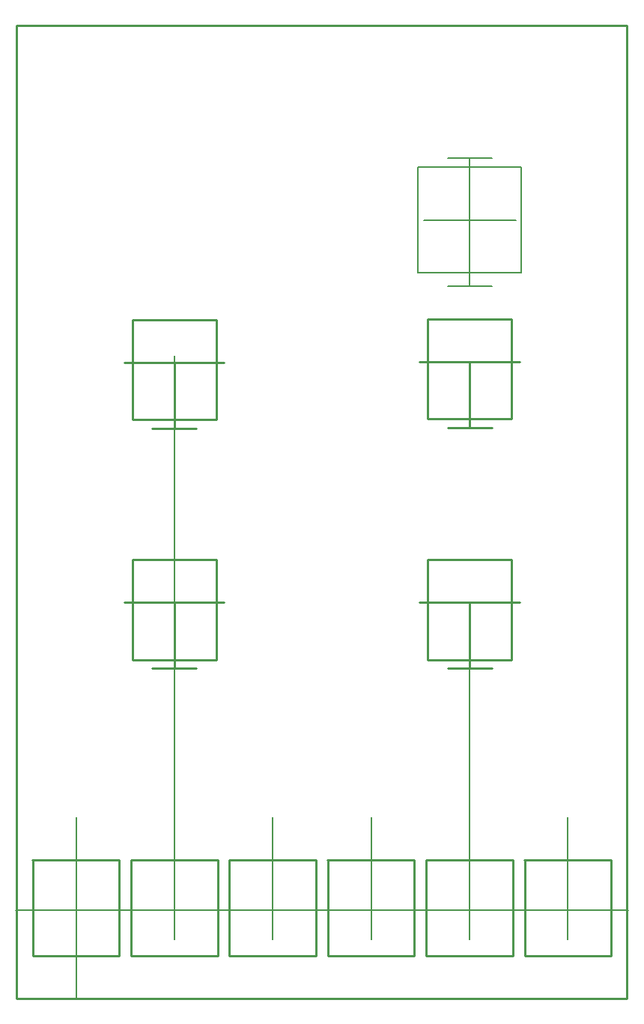
<source format=gm1>
G04*
G04 #@! TF.GenerationSoftware,Altium Limited,Altium Designer,19.0.10 (269)*
G04*
G04 Layer_Color=16711935*
%FSLAX44Y44*%
%MOMM*%
G71*
G01*
G75*
%ADD10C,0.2540*%
%ADD15C,0.1270*%
D10*
X575500Y723000D02*
Y771000D01*
X528000D02*
X575500D01*
Y658000D02*
Y723000D01*
X480500Y771000D02*
X528000D01*
X480500Y723000D02*
Y771000D01*
Y658000D02*
X575500D01*
X480500D02*
Y723000D01*
Y658000D02*
Y723000D01*
X503000Y648000D02*
X553000D01*
X471500Y723000D02*
X528000D01*
Y648000D02*
Y723000D01*
X584500D01*
X528000Y648000D02*
X553000D01*
X862000D02*
X887000D01*
X862000Y723000D02*
X918500D01*
X862000Y648000D02*
Y723000D01*
X805500D02*
X862000D01*
X837000Y648000D02*
X887000D01*
X814500Y658000D02*
Y723000D01*
Y658000D02*
Y723000D01*
Y658000D02*
X909500D01*
X814500Y723000D02*
Y771000D01*
X862000D01*
X909500Y658000D02*
Y723000D01*
X862000Y771000D02*
X909500D01*
Y723000D02*
Y771000D01*
Y995000D02*
Y1043000D01*
X862000D02*
X909500D01*
Y930000D02*
Y995000D01*
X814500Y1043000D02*
X862000D01*
X814500Y995000D02*
Y1043000D01*
Y930000D02*
X909500D01*
X814500D02*
Y995000D01*
Y930000D02*
Y995000D01*
X837000Y920000D02*
X887000D01*
X805500Y995000D02*
X862000D01*
Y920000D02*
Y995000D01*
X918500D01*
X862000Y920000D02*
X887000D01*
X528000Y919000D02*
X553000D01*
X528000Y994000D02*
X584500D01*
X528000Y919000D02*
Y994000D01*
X471500D02*
X528000D01*
X503000Y919000D02*
X553000D01*
X480500Y929000D02*
Y994000D01*
Y929000D02*
Y994000D01*
Y929000D02*
X575500D01*
X480500Y994000D02*
Y1042000D01*
X528000D01*
X575500Y929000D02*
Y994000D01*
X528000Y1042000D02*
X575500D01*
Y994000D02*
Y1042000D01*
X812920Y323100D02*
Y432000D01*
Y323000D02*
X910820D01*
Y432000D01*
X812620Y432000D02*
X910720D01*
X368000Y323100D02*
Y432000D01*
Y323000D02*
X465900D01*
Y432000D01*
X367700Y432000D02*
X465800D01*
X479230Y323100D02*
Y432000D01*
Y323000D02*
X577130D01*
Y432000D01*
X478930Y432000D02*
X577030D01*
X590460Y323100D02*
Y432000D01*
Y323000D02*
X688360D01*
Y432000D01*
X590160Y432000D02*
X688260D01*
X701690Y323100D02*
Y432000D01*
Y323000D02*
X799590D01*
Y432000D01*
X701390Y432000D02*
X799490D01*
X924150Y323100D02*
Y432000D01*
Y323000D02*
X1022050D01*
Y432000D01*
X923850Y432000D02*
X1021950D01*
X350000Y275000D02*
X1040000D01*
Y275000D02*
Y1375000D01*
X350000D02*
X1040000D01*
X350000Y275000D02*
Y1375000D01*
D15*
X861920Y375000D02*
X908920D01*
X814920D02*
X861920D01*
Y342000D02*
Y375000D01*
Y424000D01*
X417000Y375000D02*
X464000D01*
X370000D02*
X417000D01*
Y342000D02*
Y375000D01*
Y424000D01*
X528230Y375000D02*
X575230D01*
X481230D02*
X528230D01*
Y342000D02*
Y375000D01*
Y424000D01*
X639460Y375000D02*
X686460D01*
X592460D02*
X639460D01*
Y342000D02*
Y375000D01*
Y424000D01*
X750690Y375000D02*
X797690D01*
X703690D02*
X750690D01*
Y342000D02*
Y375000D01*
Y424000D01*
X973150Y375000D02*
X1020150D01*
X926150D02*
X973150D01*
Y342000D02*
Y375000D01*
Y424000D01*
X810000Y1155000D02*
X862000D01*
X914000D01*
X862000Y1080000D02*
X887000D01*
X837000D02*
X862000D01*
Y1155000D01*
X837000Y1225000D02*
X862000D01*
X887000D01*
X862000Y1155000D02*
Y1225000D01*
X920400Y1215000D02*
X920500Y1155000D01*
X920600Y1095000D01*
X803400Y1215000D02*
X803500Y1155000D01*
X803600Y1095000D01*
X862100D01*
X920600D01*
X803400Y1215000D02*
X861900D01*
X920400D01*
X528000Y375000D02*
Y1001000D01*
X861690Y692000D02*
X861920Y375000D01*
X973150D02*
Y480000D01*
X861920Y375000D02*
Y480000D01*
X750690Y375000D02*
Y480000D01*
X639460Y375000D02*
Y480000D01*
X528230Y375000D02*
Y480000D01*
X417000Y375000D02*
Y480000D01*
Y275000D02*
Y375000D01*
X973150D02*
X1041150D01*
X349000D02*
X417000D01*
X861920D02*
X973150D01*
X750690D02*
X861920D01*
X639460D02*
X750690D01*
X528230D02*
X639460D01*
X417000D02*
X528230D01*
M02*

</source>
